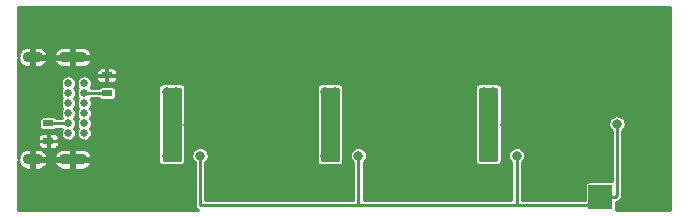
<source format=gbr>
G04 #@! TF.GenerationSoftware,KiCad,Pcbnew,(5.1.5)-3*
G04 #@! TF.CreationDate,2020-02-24T19:45:47-05:00*
G04 #@! TF.ProjectId,MiniiPS,4d696e69-6950-4532-9e6b-696361645f70,rev?*
G04 #@! TF.SameCoordinates,PX7641700PY5a995c0*
G04 #@! TF.FileFunction,Copper,L2,Bot*
G04 #@! TF.FilePolarity,Positive*
%FSLAX46Y46*%
G04 Gerber Fmt 4.6, Leading zero omitted, Abs format (unit mm)*
G04 Created by KiCad (PCBNEW (5.1.5)-3) date 2020-02-24 19:45:47*
%MOMM*%
%LPD*%
G04 APERTURE LIST*
%ADD10R,0.900000X0.500000*%
%ADD11O,1.700000X0.900000*%
%ADD12O,2.400000X0.900000*%
%ADD13C,0.660000*%
%ADD14R,2.000000X2.000000*%
%ADD15C,0.800000*%
%ADD16C,0.250000*%
%ADD17C,0.254000*%
G04 APERTURE END LIST*
D10*
X7900000Y-6200000D03*
X7900000Y-7700000D03*
X2950000Y-10250000D03*
X2950000Y-11750000D03*
D11*
X1640000Y-13300000D03*
X1640000Y-4650000D03*
D12*
X5020000Y-13300000D03*
X5020000Y-4650000D03*
D13*
X4650000Y-9400000D03*
X4650000Y-11950000D03*
X4650000Y-11100000D03*
X4650000Y-10250000D03*
X4650000Y-6000000D03*
X4650000Y-7700000D03*
X4650000Y-8550000D03*
X4650000Y-6850000D03*
X6000000Y-11950000D03*
X6000000Y-11100000D03*
X6000000Y-10250000D03*
X6000000Y-9400000D03*
X6000000Y-8550000D03*
X6000000Y-7700000D03*
X6000000Y-6850000D03*
X6000000Y-6000000D03*
D14*
X52700000Y-1500000D03*
X41500000Y-1500000D03*
X28100000Y-1500000D03*
X49700000Y-16500000D03*
X14700000Y-1500000D03*
D15*
X49000000Y-13000000D03*
X48200000Y-13000000D03*
X49000000Y-12200000D03*
X48200000Y-12200000D03*
X49000000Y-13800000D03*
X48200000Y-13800000D03*
X46100000Y-1600000D03*
X46100000Y-800000D03*
X46900000Y-1600000D03*
X46900000Y-800000D03*
X45300000Y-1600000D03*
X45300000Y-800000D03*
X44000000Y-10400000D03*
X34800000Y-800000D03*
X43200000Y-10400000D03*
X42400000Y-10400000D03*
X38000000Y-10400000D03*
X41600000Y-10400000D03*
X35600000Y-1600000D03*
X34800000Y-1600000D03*
X38800000Y-10400000D03*
X35600000Y-800000D03*
X34000000Y-800000D03*
X34000000Y-1600000D03*
X36400000Y-10400000D03*
X37200000Y-10400000D03*
X30600000Y-10400000D03*
X21400000Y-800000D03*
X29800000Y-10400000D03*
X29000000Y-10400000D03*
X24600000Y-10400000D03*
X28200000Y-10400000D03*
X22200000Y-1600000D03*
X21400000Y-1600000D03*
X25400000Y-10400000D03*
X22200000Y-800000D03*
X20600000Y-800000D03*
X20600000Y-1600000D03*
X23000000Y-10400000D03*
X23800000Y-10400000D03*
X8800000Y-800000D03*
X8000000Y-800000D03*
X7200000Y-800000D03*
X7200000Y-1600000D03*
X8000000Y-1600000D03*
X8800000Y-1600000D03*
X17200000Y-10400000D03*
X16400000Y-10400000D03*
X15600000Y-10400000D03*
X14800000Y-10400000D03*
X12000000Y-10400000D03*
X11200000Y-10400000D03*
X10400000Y-10400000D03*
X9600000Y-10400000D03*
X13000000Y-13000000D03*
X13800000Y-13000000D03*
X13000000Y-7600000D03*
X13800000Y-7600000D03*
X26400000Y-7600000D03*
X27200000Y-7600000D03*
X26400000Y-13000000D03*
X27200000Y-13000000D03*
X39800000Y-7600000D03*
X40600000Y-7600000D03*
X40600000Y-13000000D03*
X39800000Y-13000000D03*
X15800000Y-13000000D03*
X29200000Y-13000000D03*
X42600000Y-13000000D03*
X51100000Y-10300000D03*
D16*
X4650000Y-10250000D02*
X2950000Y-10250000D01*
X7900000Y-7700000D02*
X6000000Y-7700000D01*
X15800000Y-17200000D02*
X15800000Y-13000000D01*
X29200000Y-13565685D02*
X29200000Y-17200000D01*
X29200000Y-13000000D02*
X29200000Y-13565685D01*
X29200000Y-17200000D02*
X15800000Y-17200000D01*
X42600000Y-13565685D02*
X42600000Y-17200000D01*
X42600000Y-13000000D02*
X42600000Y-13565685D01*
X49200000Y-17200000D02*
X42600000Y-17200000D01*
X42600000Y-17200000D02*
X29200000Y-17200000D01*
X51100000Y-16350000D02*
X51100000Y-10300000D01*
X49700000Y-16500000D02*
X50950000Y-16500000D01*
X50950000Y-16500000D02*
X51100000Y-16350000D01*
D17*
G36*
X14073000Y-13373000D02*
G01*
X12727000Y-13373000D01*
X12727000Y-7327000D01*
X14073000Y-7327000D01*
X14073000Y-13373000D01*
G37*
X14073000Y-13373000D02*
X12727000Y-13373000D01*
X12727000Y-7327000D01*
X14073000Y-7327000D01*
X14073000Y-13373000D01*
G36*
X55623000Y-17623000D02*
G01*
X51004402Y-17623000D01*
X51022268Y-17564103D01*
X51028582Y-17500000D01*
X51028582Y-16946447D01*
X51038607Y-16945460D01*
X51123810Y-16919614D01*
X51202333Y-16877643D01*
X51271159Y-16821159D01*
X51285323Y-16803900D01*
X51403901Y-16685322D01*
X51421159Y-16671159D01*
X51477643Y-16602333D01*
X51519614Y-16523810D01*
X51545460Y-16438607D01*
X51552000Y-16372205D01*
X51552000Y-16372204D01*
X51554187Y-16350001D01*
X51552000Y-16327796D01*
X51552000Y-10872339D01*
X51563436Y-10864698D01*
X51664698Y-10763436D01*
X51744259Y-10644364D01*
X51799062Y-10512058D01*
X51827000Y-10371603D01*
X51827000Y-10228397D01*
X51799062Y-10087942D01*
X51744259Y-9955636D01*
X51664698Y-9836564D01*
X51563436Y-9735302D01*
X51444364Y-9655741D01*
X51312058Y-9600938D01*
X51171603Y-9573000D01*
X51028397Y-9573000D01*
X50887942Y-9600938D01*
X50755636Y-9655741D01*
X50636564Y-9735302D01*
X50535302Y-9836564D01*
X50455741Y-9955636D01*
X50400938Y-10087942D01*
X50373000Y-10228397D01*
X50373000Y-10371603D01*
X50400938Y-10512058D01*
X50455741Y-10644364D01*
X50535302Y-10763436D01*
X50636564Y-10864698D01*
X50648001Y-10872340D01*
X50648000Y-15171418D01*
X48700000Y-15171418D01*
X48635897Y-15177732D01*
X48574257Y-15196430D01*
X48517450Y-15226794D01*
X48467657Y-15267657D01*
X48426794Y-15317450D01*
X48396430Y-15374257D01*
X48377732Y-15435897D01*
X48371418Y-15500000D01*
X48371418Y-16748000D01*
X43052000Y-16748000D01*
X43052000Y-13572339D01*
X43063436Y-13564698D01*
X43164698Y-13463436D01*
X43244259Y-13344364D01*
X43299062Y-13212058D01*
X43327000Y-13071603D01*
X43327000Y-12928397D01*
X43299062Y-12787942D01*
X43244259Y-12655636D01*
X43164698Y-12536564D01*
X43063436Y-12435302D01*
X42944364Y-12355741D01*
X42812058Y-12300938D01*
X42671603Y-12273000D01*
X42528397Y-12273000D01*
X42387942Y-12300938D01*
X42255636Y-12355741D01*
X42136564Y-12435302D01*
X42035302Y-12536564D01*
X41955741Y-12655636D01*
X41900938Y-12787942D01*
X41873000Y-12928397D01*
X41873000Y-13071603D01*
X41900938Y-13212058D01*
X41955741Y-13344364D01*
X42035302Y-13463436D01*
X42136564Y-13564698D01*
X42148000Y-13572339D01*
X42148001Y-16748000D01*
X29652000Y-16748000D01*
X29652000Y-13572339D01*
X29663436Y-13564698D01*
X29764698Y-13463436D01*
X29844259Y-13344364D01*
X29899062Y-13212058D01*
X29927000Y-13071603D01*
X29927000Y-12928397D01*
X29899062Y-12787942D01*
X29844259Y-12655636D01*
X29764698Y-12536564D01*
X29663436Y-12435302D01*
X29544364Y-12355741D01*
X29412058Y-12300938D01*
X29271603Y-12273000D01*
X29128397Y-12273000D01*
X28987942Y-12300938D01*
X28855636Y-12355741D01*
X28736564Y-12435302D01*
X28635302Y-12536564D01*
X28555741Y-12655636D01*
X28500938Y-12787942D01*
X28473000Y-12928397D01*
X28473000Y-13071603D01*
X28500938Y-13212058D01*
X28555741Y-13344364D01*
X28635302Y-13463436D01*
X28736564Y-13564698D01*
X28748000Y-13572339D01*
X28748001Y-16748000D01*
X16252000Y-16748000D01*
X16252000Y-13572339D01*
X16263436Y-13564698D01*
X16364698Y-13463436D01*
X16444259Y-13344364D01*
X16499062Y-13212058D01*
X16527000Y-13071603D01*
X16527000Y-12928397D01*
X16499062Y-12787942D01*
X16444259Y-12655636D01*
X16364698Y-12536564D01*
X16263436Y-12435302D01*
X16144364Y-12355741D01*
X16012058Y-12300938D01*
X15871603Y-12273000D01*
X15728397Y-12273000D01*
X15587942Y-12300938D01*
X15455636Y-12355741D01*
X15336564Y-12435302D01*
X15235302Y-12536564D01*
X15155741Y-12655636D01*
X15100938Y-12787942D01*
X15073000Y-12928397D01*
X15073000Y-13071603D01*
X15100938Y-13212058D01*
X15155741Y-13344364D01*
X15235302Y-13463436D01*
X15336564Y-13564698D01*
X15348001Y-13572340D01*
X15348000Y-17177795D01*
X15345813Y-17200000D01*
X15354540Y-17288607D01*
X15380386Y-17373810D01*
X15422357Y-17452333D01*
X15478841Y-17521159D01*
X15547667Y-17577643D01*
X15626190Y-17619614D01*
X15637352Y-17623000D01*
X377000Y-17623000D01*
X377000Y-13423002D01*
X479633Y-13423002D01*
X401600Y-13557323D01*
X442466Y-13684965D01*
X532893Y-13833159D01*
X650494Y-13960864D01*
X790749Y-14063173D01*
X948269Y-14136153D01*
X1117000Y-14177000D01*
X1517000Y-14177000D01*
X1517000Y-13423000D01*
X1763000Y-13423000D01*
X1763000Y-14177000D01*
X2163000Y-14177000D01*
X2331731Y-14136153D01*
X2489251Y-14063173D01*
X2629506Y-13960864D01*
X2747107Y-13833159D01*
X2837534Y-13684965D01*
X2878400Y-13557323D01*
X3431600Y-13557323D01*
X3472466Y-13684965D01*
X3562893Y-13833159D01*
X3680494Y-13960864D01*
X3820749Y-14063173D01*
X3978269Y-14136153D01*
X4147000Y-14177000D01*
X4897000Y-14177000D01*
X4897000Y-13423000D01*
X5143000Y-13423000D01*
X5143000Y-14177000D01*
X5893000Y-14177000D01*
X6061731Y-14136153D01*
X6219251Y-14063173D01*
X6359506Y-13960864D01*
X6477107Y-13833159D01*
X6567534Y-13684965D01*
X6608400Y-13557323D01*
X6530366Y-13423000D01*
X5143000Y-13423000D01*
X4897000Y-13423000D01*
X3509634Y-13423000D01*
X3431600Y-13557323D01*
X2878400Y-13557323D01*
X2800366Y-13423000D01*
X1763000Y-13423000D01*
X1517000Y-13423000D01*
X1497000Y-13423000D01*
X1497000Y-13177000D01*
X1517000Y-13177000D01*
X1517000Y-12423000D01*
X1763000Y-12423000D01*
X1763000Y-13177000D01*
X2800366Y-13177000D01*
X2878400Y-13042677D01*
X3431600Y-13042677D01*
X3509634Y-13177000D01*
X4897000Y-13177000D01*
X4897000Y-12423000D01*
X5143000Y-12423000D01*
X5143000Y-13177000D01*
X6530366Y-13177000D01*
X6608400Y-13042677D01*
X6567534Y-12915035D01*
X6477107Y-12766841D01*
X6359506Y-12639136D01*
X6219251Y-12536827D01*
X6061731Y-12463847D01*
X5893000Y-12423000D01*
X5143000Y-12423000D01*
X4897000Y-12423000D01*
X4147000Y-12423000D01*
X3978269Y-12463847D01*
X3820749Y-12536827D01*
X3680494Y-12639136D01*
X3562893Y-12766841D01*
X3472466Y-12915035D01*
X3431600Y-13042677D01*
X2878400Y-13042677D01*
X2837534Y-12915035D01*
X2747107Y-12766841D01*
X2629506Y-12639136D01*
X2489251Y-12536827D01*
X2331731Y-12463847D01*
X2163000Y-12423000D01*
X1763000Y-12423000D01*
X1517000Y-12423000D01*
X1117000Y-12423000D01*
X948269Y-12463847D01*
X790749Y-12536827D01*
X650494Y-12639136D01*
X532893Y-12766841D01*
X442466Y-12915035D01*
X401600Y-13042677D01*
X479633Y-13176998D01*
X377000Y-13176998D01*
X377000Y-12000000D01*
X2070934Y-12000000D01*
X2079178Y-12083707D01*
X2103595Y-12164196D01*
X2143245Y-12238376D01*
X2196605Y-12303395D01*
X2261624Y-12356755D01*
X2335804Y-12396405D01*
X2416293Y-12420822D01*
X2500000Y-12429066D01*
X2820250Y-12427000D01*
X2927000Y-12320250D01*
X2927000Y-11773000D01*
X2973000Y-11773000D01*
X2973000Y-12320250D01*
X3079750Y-12427000D01*
X3400000Y-12429066D01*
X3483707Y-12420822D01*
X3564196Y-12396405D01*
X3638376Y-12356755D01*
X3703395Y-12303395D01*
X3756755Y-12238376D01*
X3796405Y-12164196D01*
X3820822Y-12083707D01*
X3829066Y-12000000D01*
X3827000Y-11879750D01*
X3720250Y-11773000D01*
X2973000Y-11773000D01*
X2927000Y-11773000D01*
X2179750Y-11773000D01*
X2073000Y-11879750D01*
X2070934Y-12000000D01*
X377000Y-12000000D01*
X377000Y-11500000D01*
X2070934Y-11500000D01*
X2073000Y-11620250D01*
X2179750Y-11727000D01*
X2927000Y-11727000D01*
X2927000Y-11179750D01*
X2973000Y-11179750D01*
X2973000Y-11727000D01*
X3720250Y-11727000D01*
X3827000Y-11620250D01*
X3829066Y-11500000D01*
X3820822Y-11416293D01*
X3796405Y-11335804D01*
X3756755Y-11261624D01*
X3703395Y-11196605D01*
X3638376Y-11143245D01*
X3564196Y-11103595D01*
X3483707Y-11079178D01*
X3400000Y-11070934D01*
X3079750Y-11073000D01*
X2973000Y-11179750D01*
X2927000Y-11179750D01*
X2820250Y-11073000D01*
X2500000Y-11070934D01*
X2416293Y-11079178D01*
X2335804Y-11103595D01*
X2261624Y-11143245D01*
X2196605Y-11196605D01*
X2143245Y-11261624D01*
X2103595Y-11335804D01*
X2079178Y-11416293D01*
X2070934Y-11500000D01*
X377000Y-11500000D01*
X377000Y-10000000D01*
X2171418Y-10000000D01*
X2171418Y-10500000D01*
X2177732Y-10564103D01*
X2196430Y-10625743D01*
X2226794Y-10682550D01*
X2267657Y-10732343D01*
X2317450Y-10773206D01*
X2374257Y-10803570D01*
X2435897Y-10822268D01*
X2500000Y-10828582D01*
X3400000Y-10828582D01*
X3464103Y-10822268D01*
X3525743Y-10803570D01*
X3582550Y-10773206D01*
X3632343Y-10732343D01*
X3657244Y-10702000D01*
X4125768Y-10702000D01*
X4067774Y-10788794D01*
X4018248Y-10908360D01*
X3993000Y-11035291D01*
X3993000Y-11164709D01*
X4018248Y-11291640D01*
X4067774Y-11411206D01*
X4139675Y-11518813D01*
X4231187Y-11610325D01*
X4338794Y-11682226D01*
X4458360Y-11731752D01*
X4585291Y-11757000D01*
X4714709Y-11757000D01*
X4841640Y-11731752D01*
X4961206Y-11682226D01*
X5068813Y-11610325D01*
X5160325Y-11518813D01*
X5232226Y-11411206D01*
X5281752Y-11291640D01*
X5307000Y-11164709D01*
X5307000Y-11035291D01*
X5281752Y-10908360D01*
X5232226Y-10788794D01*
X5160325Y-10681187D01*
X5154138Y-10675000D01*
X5160325Y-10668813D01*
X5232226Y-10561206D01*
X5281752Y-10441640D01*
X5307000Y-10314709D01*
X5307000Y-10185291D01*
X5281752Y-10058360D01*
X5232226Y-9938794D01*
X5160325Y-9831187D01*
X5154138Y-9825000D01*
X5160325Y-9818813D01*
X5232226Y-9711206D01*
X5281752Y-9591640D01*
X5307000Y-9464709D01*
X5307000Y-9335291D01*
X5281752Y-9208360D01*
X5232226Y-9088794D01*
X5160325Y-8981187D01*
X5154138Y-8975000D01*
X5160325Y-8968813D01*
X5232226Y-8861206D01*
X5281752Y-8741640D01*
X5307000Y-8614709D01*
X5307000Y-8485291D01*
X5281752Y-8358360D01*
X5232226Y-8238794D01*
X5160325Y-8131187D01*
X5154138Y-8125000D01*
X5160325Y-8118813D01*
X5232226Y-8011206D01*
X5281752Y-7891640D01*
X5307000Y-7764709D01*
X5307000Y-7635291D01*
X5281752Y-7508360D01*
X5232226Y-7388794D01*
X5160325Y-7281187D01*
X5154138Y-7275000D01*
X5160325Y-7268813D01*
X5232226Y-7161206D01*
X5281752Y-7041640D01*
X5307000Y-6914709D01*
X5307000Y-6785291D01*
X5343000Y-6785291D01*
X5343000Y-6914709D01*
X5368248Y-7041640D01*
X5417774Y-7161206D01*
X5489675Y-7268813D01*
X5495862Y-7275000D01*
X5489675Y-7281187D01*
X5417774Y-7388794D01*
X5368248Y-7508360D01*
X5343000Y-7635291D01*
X5343000Y-7764709D01*
X5368248Y-7891640D01*
X5417774Y-8011206D01*
X5489675Y-8118813D01*
X5495862Y-8125000D01*
X5489675Y-8131187D01*
X5417774Y-8238794D01*
X5368248Y-8358360D01*
X5343000Y-8485291D01*
X5343000Y-8614709D01*
X5368248Y-8741640D01*
X5417774Y-8861206D01*
X5489675Y-8968813D01*
X5495862Y-8975000D01*
X5489675Y-8981187D01*
X5417774Y-9088794D01*
X5368248Y-9208360D01*
X5343000Y-9335291D01*
X5343000Y-9464709D01*
X5368248Y-9591640D01*
X5417774Y-9711206D01*
X5489675Y-9818813D01*
X5495862Y-9825000D01*
X5489675Y-9831187D01*
X5417774Y-9938794D01*
X5368248Y-10058360D01*
X5343000Y-10185291D01*
X5343000Y-10314709D01*
X5368248Y-10441640D01*
X5417774Y-10561206D01*
X5489675Y-10668813D01*
X5495862Y-10675000D01*
X5489675Y-10681187D01*
X5417774Y-10788794D01*
X5368248Y-10908360D01*
X5343000Y-11035291D01*
X5343000Y-11164709D01*
X5368248Y-11291640D01*
X5417774Y-11411206D01*
X5489675Y-11518813D01*
X5581187Y-11610325D01*
X5688794Y-11682226D01*
X5808360Y-11731752D01*
X5935291Y-11757000D01*
X6064709Y-11757000D01*
X6191640Y-11731752D01*
X6311206Y-11682226D01*
X6418813Y-11610325D01*
X6510325Y-11518813D01*
X6582226Y-11411206D01*
X6631752Y-11291640D01*
X6657000Y-11164709D01*
X6657000Y-11035291D01*
X6631752Y-10908360D01*
X6582226Y-10788794D01*
X6510325Y-10681187D01*
X6504138Y-10675000D01*
X6510325Y-10668813D01*
X6582226Y-10561206D01*
X6631752Y-10441640D01*
X6657000Y-10314709D01*
X6657000Y-10185291D01*
X6631752Y-10058360D01*
X6582226Y-9938794D01*
X6510325Y-9831187D01*
X6504138Y-9825000D01*
X6510325Y-9818813D01*
X6582226Y-9711206D01*
X6631752Y-9591640D01*
X6657000Y-9464709D01*
X6657000Y-9335291D01*
X6631752Y-9208360D01*
X6582226Y-9088794D01*
X6510325Y-8981187D01*
X6504138Y-8975000D01*
X6510325Y-8968813D01*
X6582226Y-8861206D01*
X6631752Y-8741640D01*
X6657000Y-8614709D01*
X6657000Y-8485291D01*
X6631752Y-8358360D01*
X6582226Y-8238794D01*
X6524232Y-8152000D01*
X7192756Y-8152000D01*
X7217657Y-8182343D01*
X7267450Y-8223206D01*
X7324257Y-8253570D01*
X7385897Y-8272268D01*
X7450000Y-8278582D01*
X8350000Y-8278582D01*
X8414103Y-8272268D01*
X8475743Y-8253570D01*
X8532550Y-8223206D01*
X8582343Y-8182343D01*
X8623206Y-8132550D01*
X8653570Y-8075743D01*
X8672268Y-8014103D01*
X8678582Y-7950000D01*
X8678582Y-7450000D01*
X8672268Y-7385897D01*
X8653570Y-7324257D01*
X8623206Y-7267450D01*
X8582343Y-7217657D01*
X8560828Y-7200000D01*
X12273000Y-7200000D01*
X12273000Y-13500000D01*
X12279283Y-13563795D01*
X12297891Y-13625137D01*
X12328109Y-13681671D01*
X12368776Y-13731224D01*
X12418329Y-13771891D01*
X12474863Y-13802109D01*
X12536205Y-13820717D01*
X12600000Y-13827000D01*
X14200000Y-13827000D01*
X14263795Y-13820717D01*
X14325137Y-13802109D01*
X14381671Y-13771891D01*
X14431224Y-13731224D01*
X14471891Y-13681671D01*
X14502109Y-13625137D01*
X14520717Y-13563795D01*
X14527000Y-13500000D01*
X14527000Y-7200000D01*
X25673000Y-7200000D01*
X25673000Y-13500000D01*
X25679283Y-13563795D01*
X25697891Y-13625137D01*
X25728109Y-13681671D01*
X25768776Y-13731224D01*
X25818329Y-13771891D01*
X25874863Y-13802109D01*
X25936205Y-13820717D01*
X26000000Y-13827000D01*
X27600000Y-13827000D01*
X27663795Y-13820717D01*
X27725137Y-13802109D01*
X27781671Y-13771891D01*
X27831224Y-13731224D01*
X27871891Y-13681671D01*
X27902109Y-13625137D01*
X27920717Y-13563795D01*
X27927000Y-13500000D01*
X27927000Y-7200000D01*
X39073000Y-7200000D01*
X39073000Y-13500000D01*
X39079283Y-13563795D01*
X39097891Y-13625137D01*
X39128109Y-13681671D01*
X39168776Y-13731224D01*
X39218329Y-13771891D01*
X39274863Y-13802109D01*
X39336205Y-13820717D01*
X39400000Y-13827000D01*
X41000000Y-13827000D01*
X41063795Y-13820717D01*
X41125137Y-13802109D01*
X41181671Y-13771891D01*
X41231224Y-13731224D01*
X41271891Y-13681671D01*
X41302109Y-13625137D01*
X41320717Y-13563795D01*
X41327000Y-13500000D01*
X41327000Y-7200000D01*
X41320717Y-7136205D01*
X41302109Y-7074863D01*
X41271891Y-7018329D01*
X41231224Y-6968776D01*
X41181671Y-6928109D01*
X41125137Y-6897891D01*
X41063795Y-6879283D01*
X41000000Y-6873000D01*
X39400000Y-6873000D01*
X39336205Y-6879283D01*
X39274863Y-6897891D01*
X39218329Y-6928109D01*
X39168776Y-6968776D01*
X39128109Y-7018329D01*
X39097891Y-7074863D01*
X39079283Y-7136205D01*
X39073000Y-7200000D01*
X27927000Y-7200000D01*
X27920717Y-7136205D01*
X27902109Y-7074863D01*
X27871891Y-7018329D01*
X27831224Y-6968776D01*
X27781671Y-6928109D01*
X27725137Y-6897891D01*
X27663795Y-6879283D01*
X27600000Y-6873000D01*
X26000000Y-6873000D01*
X25936205Y-6879283D01*
X25874863Y-6897891D01*
X25818329Y-6928109D01*
X25768776Y-6968776D01*
X25728109Y-7018329D01*
X25697891Y-7074863D01*
X25679283Y-7136205D01*
X25673000Y-7200000D01*
X14527000Y-7200000D01*
X14520717Y-7136205D01*
X14502109Y-7074863D01*
X14471891Y-7018329D01*
X14431224Y-6968776D01*
X14381671Y-6928109D01*
X14325137Y-6897891D01*
X14263795Y-6879283D01*
X14200000Y-6873000D01*
X12600000Y-6873000D01*
X12536205Y-6879283D01*
X12474863Y-6897891D01*
X12418329Y-6928109D01*
X12368776Y-6968776D01*
X12328109Y-7018329D01*
X12297891Y-7074863D01*
X12279283Y-7136205D01*
X12273000Y-7200000D01*
X8560828Y-7200000D01*
X8532550Y-7176794D01*
X8475743Y-7146430D01*
X8414103Y-7127732D01*
X8350000Y-7121418D01*
X7450000Y-7121418D01*
X7385897Y-7127732D01*
X7324257Y-7146430D01*
X7267450Y-7176794D01*
X7217657Y-7217657D01*
X7192756Y-7248000D01*
X6524232Y-7248000D01*
X6582226Y-7161206D01*
X6631752Y-7041640D01*
X6657000Y-6914709D01*
X6657000Y-6785291D01*
X6631752Y-6658360D01*
X6582226Y-6538794D01*
X6522896Y-6450000D01*
X7020934Y-6450000D01*
X7029178Y-6533707D01*
X7053595Y-6614196D01*
X7093245Y-6688376D01*
X7146605Y-6753395D01*
X7211624Y-6806755D01*
X7285804Y-6846405D01*
X7366293Y-6870822D01*
X7450000Y-6879066D01*
X7770250Y-6877000D01*
X7877000Y-6770250D01*
X7877000Y-6223000D01*
X7923000Y-6223000D01*
X7923000Y-6770250D01*
X8029750Y-6877000D01*
X8350000Y-6879066D01*
X8433707Y-6870822D01*
X8514196Y-6846405D01*
X8588376Y-6806755D01*
X8653395Y-6753395D01*
X8706755Y-6688376D01*
X8746405Y-6614196D01*
X8770822Y-6533707D01*
X8779066Y-6450000D01*
X8777000Y-6329750D01*
X8670250Y-6223000D01*
X7923000Y-6223000D01*
X7877000Y-6223000D01*
X7129750Y-6223000D01*
X7023000Y-6329750D01*
X7020934Y-6450000D01*
X6522896Y-6450000D01*
X6510325Y-6431187D01*
X6418813Y-6339675D01*
X6311206Y-6267774D01*
X6191640Y-6218248D01*
X6064709Y-6193000D01*
X5935291Y-6193000D01*
X5808360Y-6218248D01*
X5688794Y-6267774D01*
X5581187Y-6339675D01*
X5489675Y-6431187D01*
X5417774Y-6538794D01*
X5368248Y-6658360D01*
X5343000Y-6785291D01*
X5307000Y-6785291D01*
X5281752Y-6658360D01*
X5232226Y-6538794D01*
X5160325Y-6431187D01*
X5068813Y-6339675D01*
X4961206Y-6267774D01*
X4841640Y-6218248D01*
X4714709Y-6193000D01*
X4585291Y-6193000D01*
X4458360Y-6218248D01*
X4338794Y-6267774D01*
X4231187Y-6339675D01*
X4139675Y-6431187D01*
X4067774Y-6538794D01*
X4018248Y-6658360D01*
X3993000Y-6785291D01*
X3993000Y-6914709D01*
X4018248Y-7041640D01*
X4067774Y-7161206D01*
X4139675Y-7268813D01*
X4145862Y-7275000D01*
X4139675Y-7281187D01*
X4067774Y-7388794D01*
X4018248Y-7508360D01*
X3993000Y-7635291D01*
X3993000Y-7764709D01*
X4018248Y-7891640D01*
X4067774Y-8011206D01*
X4139675Y-8118813D01*
X4145862Y-8125000D01*
X4139675Y-8131187D01*
X4067774Y-8238794D01*
X4018248Y-8358360D01*
X3993000Y-8485291D01*
X3993000Y-8614709D01*
X4018248Y-8741640D01*
X4067774Y-8861206D01*
X4139675Y-8968813D01*
X4145862Y-8975000D01*
X4139675Y-8981187D01*
X4067774Y-9088794D01*
X4018248Y-9208360D01*
X3993000Y-9335291D01*
X3993000Y-9464709D01*
X4018248Y-9591640D01*
X4067774Y-9711206D01*
X4125768Y-9798000D01*
X3657244Y-9798000D01*
X3632343Y-9767657D01*
X3582550Y-9726794D01*
X3525743Y-9696430D01*
X3464103Y-9677732D01*
X3400000Y-9671418D01*
X2500000Y-9671418D01*
X2435897Y-9677732D01*
X2374257Y-9696430D01*
X2317450Y-9726794D01*
X2267657Y-9767657D01*
X2226794Y-9817450D01*
X2196430Y-9874257D01*
X2177732Y-9935897D01*
X2171418Y-10000000D01*
X377000Y-10000000D01*
X377000Y-5950000D01*
X7020934Y-5950000D01*
X7023000Y-6070250D01*
X7129750Y-6177000D01*
X7877000Y-6177000D01*
X7877000Y-5629750D01*
X7923000Y-5629750D01*
X7923000Y-6177000D01*
X8670250Y-6177000D01*
X8777000Y-6070250D01*
X8779066Y-5950000D01*
X8770822Y-5866293D01*
X8746405Y-5785804D01*
X8706755Y-5711624D01*
X8653395Y-5646605D01*
X8588376Y-5593245D01*
X8514196Y-5553595D01*
X8433707Y-5529178D01*
X8350000Y-5520934D01*
X8029750Y-5523000D01*
X7923000Y-5629750D01*
X7877000Y-5629750D01*
X7770250Y-5523000D01*
X7450000Y-5520934D01*
X7366293Y-5529178D01*
X7285804Y-5553595D01*
X7211624Y-5593245D01*
X7146605Y-5646605D01*
X7093245Y-5711624D01*
X7053595Y-5785804D01*
X7029178Y-5866293D01*
X7020934Y-5950000D01*
X377000Y-5950000D01*
X377000Y-4773002D01*
X479633Y-4773002D01*
X401600Y-4907323D01*
X442466Y-5034965D01*
X532893Y-5183159D01*
X650494Y-5310864D01*
X790749Y-5413173D01*
X948269Y-5486153D01*
X1117000Y-5527000D01*
X1517000Y-5527000D01*
X1517000Y-4773000D01*
X1763000Y-4773000D01*
X1763000Y-5527000D01*
X2163000Y-5527000D01*
X2331731Y-5486153D01*
X2489251Y-5413173D01*
X2629506Y-5310864D01*
X2747107Y-5183159D01*
X2837534Y-5034965D01*
X2878400Y-4907323D01*
X3431600Y-4907323D01*
X3472466Y-5034965D01*
X3562893Y-5183159D01*
X3680494Y-5310864D01*
X3820749Y-5413173D01*
X3978269Y-5486153D01*
X4147000Y-5527000D01*
X4897000Y-5527000D01*
X4897000Y-4773000D01*
X5143000Y-4773000D01*
X5143000Y-5527000D01*
X5893000Y-5527000D01*
X6061731Y-5486153D01*
X6219251Y-5413173D01*
X6359506Y-5310864D01*
X6477107Y-5183159D01*
X6567534Y-5034965D01*
X6608400Y-4907323D01*
X6530366Y-4773000D01*
X5143000Y-4773000D01*
X4897000Y-4773000D01*
X3509634Y-4773000D01*
X3431600Y-4907323D01*
X2878400Y-4907323D01*
X2800366Y-4773000D01*
X1763000Y-4773000D01*
X1517000Y-4773000D01*
X1497000Y-4773000D01*
X1497000Y-4527000D01*
X1517000Y-4527000D01*
X1517000Y-3773000D01*
X1763000Y-3773000D01*
X1763000Y-4527000D01*
X2800366Y-4527000D01*
X2878400Y-4392677D01*
X3431600Y-4392677D01*
X3509634Y-4527000D01*
X4897000Y-4527000D01*
X4897000Y-3773000D01*
X5143000Y-3773000D01*
X5143000Y-4527000D01*
X6530366Y-4527000D01*
X6608400Y-4392677D01*
X6567534Y-4265035D01*
X6477107Y-4116841D01*
X6359506Y-3989136D01*
X6219251Y-3886827D01*
X6061731Y-3813847D01*
X5893000Y-3773000D01*
X5143000Y-3773000D01*
X4897000Y-3773000D01*
X4147000Y-3773000D01*
X3978269Y-3813847D01*
X3820749Y-3886827D01*
X3680494Y-3989136D01*
X3562893Y-4116841D01*
X3472466Y-4265035D01*
X3431600Y-4392677D01*
X2878400Y-4392677D01*
X2837534Y-4265035D01*
X2747107Y-4116841D01*
X2629506Y-3989136D01*
X2489251Y-3886827D01*
X2331731Y-3813847D01*
X2163000Y-3773000D01*
X1763000Y-3773000D01*
X1517000Y-3773000D01*
X1117000Y-3773000D01*
X948269Y-3813847D01*
X790749Y-3886827D01*
X650494Y-3989136D01*
X532893Y-4116841D01*
X442466Y-4265035D01*
X401600Y-4392677D01*
X479633Y-4526998D01*
X377000Y-4526998D01*
X377000Y-377000D01*
X55623001Y-377000D01*
X55623000Y-17623000D01*
G37*
X55623000Y-17623000D02*
X51004402Y-17623000D01*
X51022268Y-17564103D01*
X51028582Y-17500000D01*
X51028582Y-16946447D01*
X51038607Y-16945460D01*
X51123810Y-16919614D01*
X51202333Y-16877643D01*
X51271159Y-16821159D01*
X51285323Y-16803900D01*
X51403901Y-16685322D01*
X51421159Y-16671159D01*
X51477643Y-16602333D01*
X51519614Y-16523810D01*
X51545460Y-16438607D01*
X51552000Y-16372205D01*
X51552000Y-16372204D01*
X51554187Y-16350001D01*
X51552000Y-16327796D01*
X51552000Y-10872339D01*
X51563436Y-10864698D01*
X51664698Y-10763436D01*
X51744259Y-10644364D01*
X51799062Y-10512058D01*
X51827000Y-10371603D01*
X51827000Y-10228397D01*
X51799062Y-10087942D01*
X51744259Y-9955636D01*
X51664698Y-9836564D01*
X51563436Y-9735302D01*
X51444364Y-9655741D01*
X51312058Y-9600938D01*
X51171603Y-9573000D01*
X51028397Y-9573000D01*
X50887942Y-9600938D01*
X50755636Y-9655741D01*
X50636564Y-9735302D01*
X50535302Y-9836564D01*
X50455741Y-9955636D01*
X50400938Y-10087942D01*
X50373000Y-10228397D01*
X50373000Y-10371603D01*
X50400938Y-10512058D01*
X50455741Y-10644364D01*
X50535302Y-10763436D01*
X50636564Y-10864698D01*
X50648001Y-10872340D01*
X50648000Y-15171418D01*
X48700000Y-15171418D01*
X48635897Y-15177732D01*
X48574257Y-15196430D01*
X48517450Y-15226794D01*
X48467657Y-15267657D01*
X48426794Y-15317450D01*
X48396430Y-15374257D01*
X48377732Y-15435897D01*
X48371418Y-15500000D01*
X48371418Y-16748000D01*
X43052000Y-16748000D01*
X43052000Y-13572339D01*
X43063436Y-13564698D01*
X43164698Y-13463436D01*
X43244259Y-13344364D01*
X43299062Y-13212058D01*
X43327000Y-13071603D01*
X43327000Y-12928397D01*
X43299062Y-12787942D01*
X43244259Y-12655636D01*
X43164698Y-12536564D01*
X43063436Y-12435302D01*
X42944364Y-12355741D01*
X42812058Y-12300938D01*
X42671603Y-12273000D01*
X42528397Y-12273000D01*
X42387942Y-12300938D01*
X42255636Y-12355741D01*
X42136564Y-12435302D01*
X42035302Y-12536564D01*
X41955741Y-12655636D01*
X41900938Y-12787942D01*
X41873000Y-12928397D01*
X41873000Y-13071603D01*
X41900938Y-13212058D01*
X41955741Y-13344364D01*
X42035302Y-13463436D01*
X42136564Y-13564698D01*
X42148000Y-13572339D01*
X42148001Y-16748000D01*
X29652000Y-16748000D01*
X29652000Y-13572339D01*
X29663436Y-13564698D01*
X29764698Y-13463436D01*
X29844259Y-13344364D01*
X29899062Y-13212058D01*
X29927000Y-13071603D01*
X29927000Y-12928397D01*
X29899062Y-12787942D01*
X29844259Y-12655636D01*
X29764698Y-12536564D01*
X29663436Y-12435302D01*
X29544364Y-12355741D01*
X29412058Y-12300938D01*
X29271603Y-12273000D01*
X29128397Y-12273000D01*
X28987942Y-12300938D01*
X28855636Y-12355741D01*
X28736564Y-12435302D01*
X28635302Y-12536564D01*
X28555741Y-12655636D01*
X28500938Y-12787942D01*
X28473000Y-12928397D01*
X28473000Y-13071603D01*
X28500938Y-13212058D01*
X28555741Y-13344364D01*
X28635302Y-13463436D01*
X28736564Y-13564698D01*
X28748000Y-13572339D01*
X28748001Y-16748000D01*
X16252000Y-16748000D01*
X16252000Y-13572339D01*
X16263436Y-13564698D01*
X16364698Y-13463436D01*
X16444259Y-13344364D01*
X16499062Y-13212058D01*
X16527000Y-13071603D01*
X16527000Y-12928397D01*
X16499062Y-12787942D01*
X16444259Y-12655636D01*
X16364698Y-12536564D01*
X16263436Y-12435302D01*
X16144364Y-12355741D01*
X16012058Y-12300938D01*
X15871603Y-12273000D01*
X15728397Y-12273000D01*
X15587942Y-12300938D01*
X15455636Y-12355741D01*
X15336564Y-12435302D01*
X15235302Y-12536564D01*
X15155741Y-12655636D01*
X15100938Y-12787942D01*
X15073000Y-12928397D01*
X15073000Y-13071603D01*
X15100938Y-13212058D01*
X15155741Y-13344364D01*
X15235302Y-13463436D01*
X15336564Y-13564698D01*
X15348001Y-13572340D01*
X15348000Y-17177795D01*
X15345813Y-17200000D01*
X15354540Y-17288607D01*
X15380386Y-17373810D01*
X15422357Y-17452333D01*
X15478841Y-17521159D01*
X15547667Y-17577643D01*
X15626190Y-17619614D01*
X15637352Y-17623000D01*
X377000Y-17623000D01*
X377000Y-13423002D01*
X479633Y-13423002D01*
X401600Y-13557323D01*
X442466Y-13684965D01*
X532893Y-13833159D01*
X650494Y-13960864D01*
X790749Y-14063173D01*
X948269Y-14136153D01*
X1117000Y-14177000D01*
X1517000Y-14177000D01*
X1517000Y-13423000D01*
X1763000Y-13423000D01*
X1763000Y-14177000D01*
X2163000Y-14177000D01*
X2331731Y-14136153D01*
X2489251Y-14063173D01*
X2629506Y-13960864D01*
X2747107Y-13833159D01*
X2837534Y-13684965D01*
X2878400Y-13557323D01*
X3431600Y-13557323D01*
X3472466Y-13684965D01*
X3562893Y-13833159D01*
X3680494Y-13960864D01*
X3820749Y-14063173D01*
X3978269Y-14136153D01*
X4147000Y-14177000D01*
X4897000Y-14177000D01*
X4897000Y-13423000D01*
X5143000Y-13423000D01*
X5143000Y-14177000D01*
X5893000Y-14177000D01*
X6061731Y-14136153D01*
X6219251Y-14063173D01*
X6359506Y-13960864D01*
X6477107Y-13833159D01*
X6567534Y-13684965D01*
X6608400Y-13557323D01*
X6530366Y-13423000D01*
X5143000Y-13423000D01*
X4897000Y-13423000D01*
X3509634Y-13423000D01*
X3431600Y-13557323D01*
X2878400Y-13557323D01*
X2800366Y-13423000D01*
X1763000Y-13423000D01*
X1517000Y-13423000D01*
X1497000Y-13423000D01*
X1497000Y-13177000D01*
X1517000Y-13177000D01*
X1517000Y-12423000D01*
X1763000Y-12423000D01*
X1763000Y-13177000D01*
X2800366Y-13177000D01*
X2878400Y-13042677D01*
X3431600Y-13042677D01*
X3509634Y-13177000D01*
X4897000Y-13177000D01*
X4897000Y-12423000D01*
X5143000Y-12423000D01*
X5143000Y-13177000D01*
X6530366Y-13177000D01*
X6608400Y-13042677D01*
X6567534Y-12915035D01*
X6477107Y-12766841D01*
X6359506Y-12639136D01*
X6219251Y-12536827D01*
X6061731Y-12463847D01*
X5893000Y-12423000D01*
X5143000Y-12423000D01*
X4897000Y-12423000D01*
X4147000Y-12423000D01*
X3978269Y-12463847D01*
X3820749Y-12536827D01*
X3680494Y-12639136D01*
X3562893Y-12766841D01*
X3472466Y-12915035D01*
X3431600Y-13042677D01*
X2878400Y-13042677D01*
X2837534Y-12915035D01*
X2747107Y-12766841D01*
X2629506Y-12639136D01*
X2489251Y-12536827D01*
X2331731Y-12463847D01*
X2163000Y-12423000D01*
X1763000Y-12423000D01*
X1517000Y-12423000D01*
X1117000Y-12423000D01*
X948269Y-12463847D01*
X790749Y-12536827D01*
X650494Y-12639136D01*
X532893Y-12766841D01*
X442466Y-12915035D01*
X401600Y-13042677D01*
X479633Y-13176998D01*
X377000Y-13176998D01*
X377000Y-12000000D01*
X2070934Y-12000000D01*
X2079178Y-12083707D01*
X2103595Y-12164196D01*
X2143245Y-12238376D01*
X2196605Y-12303395D01*
X2261624Y-12356755D01*
X2335804Y-12396405D01*
X2416293Y-12420822D01*
X2500000Y-12429066D01*
X2820250Y-12427000D01*
X2927000Y-12320250D01*
X2927000Y-11773000D01*
X2973000Y-11773000D01*
X2973000Y-12320250D01*
X3079750Y-12427000D01*
X3400000Y-12429066D01*
X3483707Y-12420822D01*
X3564196Y-12396405D01*
X3638376Y-12356755D01*
X3703395Y-12303395D01*
X3756755Y-12238376D01*
X3796405Y-12164196D01*
X3820822Y-12083707D01*
X3829066Y-12000000D01*
X3827000Y-11879750D01*
X3720250Y-11773000D01*
X2973000Y-11773000D01*
X2927000Y-11773000D01*
X2179750Y-11773000D01*
X2073000Y-11879750D01*
X2070934Y-12000000D01*
X377000Y-12000000D01*
X377000Y-11500000D01*
X2070934Y-11500000D01*
X2073000Y-11620250D01*
X2179750Y-11727000D01*
X2927000Y-11727000D01*
X2927000Y-11179750D01*
X2973000Y-11179750D01*
X2973000Y-11727000D01*
X3720250Y-11727000D01*
X3827000Y-11620250D01*
X3829066Y-11500000D01*
X3820822Y-11416293D01*
X3796405Y-11335804D01*
X3756755Y-11261624D01*
X3703395Y-11196605D01*
X3638376Y-11143245D01*
X3564196Y-11103595D01*
X3483707Y-11079178D01*
X3400000Y-11070934D01*
X3079750Y-11073000D01*
X2973000Y-11179750D01*
X2927000Y-11179750D01*
X2820250Y-11073000D01*
X2500000Y-11070934D01*
X2416293Y-11079178D01*
X2335804Y-11103595D01*
X2261624Y-11143245D01*
X2196605Y-11196605D01*
X2143245Y-11261624D01*
X2103595Y-11335804D01*
X2079178Y-11416293D01*
X2070934Y-11500000D01*
X377000Y-11500000D01*
X377000Y-10000000D01*
X2171418Y-10000000D01*
X2171418Y-10500000D01*
X2177732Y-10564103D01*
X2196430Y-10625743D01*
X2226794Y-10682550D01*
X2267657Y-10732343D01*
X2317450Y-10773206D01*
X2374257Y-10803570D01*
X2435897Y-10822268D01*
X2500000Y-10828582D01*
X3400000Y-10828582D01*
X3464103Y-10822268D01*
X3525743Y-10803570D01*
X3582550Y-10773206D01*
X3632343Y-10732343D01*
X3657244Y-10702000D01*
X4125768Y-10702000D01*
X4067774Y-10788794D01*
X4018248Y-10908360D01*
X3993000Y-11035291D01*
X3993000Y-11164709D01*
X4018248Y-11291640D01*
X4067774Y-11411206D01*
X4139675Y-11518813D01*
X4231187Y-11610325D01*
X4338794Y-11682226D01*
X4458360Y-11731752D01*
X4585291Y-11757000D01*
X4714709Y-11757000D01*
X4841640Y-11731752D01*
X4961206Y-11682226D01*
X5068813Y-11610325D01*
X5160325Y-11518813D01*
X5232226Y-11411206D01*
X5281752Y-11291640D01*
X5307000Y-11164709D01*
X5307000Y-11035291D01*
X5281752Y-10908360D01*
X5232226Y-10788794D01*
X5160325Y-10681187D01*
X5154138Y-10675000D01*
X5160325Y-10668813D01*
X5232226Y-10561206D01*
X5281752Y-10441640D01*
X5307000Y-10314709D01*
X5307000Y-10185291D01*
X5281752Y-10058360D01*
X5232226Y-9938794D01*
X5160325Y-9831187D01*
X5154138Y-9825000D01*
X5160325Y-9818813D01*
X5232226Y-9711206D01*
X5281752Y-9591640D01*
X5307000Y-9464709D01*
X5307000Y-9335291D01*
X5281752Y-9208360D01*
X5232226Y-9088794D01*
X5160325Y-8981187D01*
X5154138Y-8975000D01*
X5160325Y-8968813D01*
X5232226Y-8861206D01*
X5281752Y-8741640D01*
X5307000Y-8614709D01*
X5307000Y-8485291D01*
X5281752Y-8358360D01*
X5232226Y-8238794D01*
X5160325Y-8131187D01*
X5154138Y-8125000D01*
X5160325Y-8118813D01*
X5232226Y-8011206D01*
X5281752Y-7891640D01*
X5307000Y-7764709D01*
X5307000Y-7635291D01*
X5281752Y-7508360D01*
X5232226Y-7388794D01*
X5160325Y-7281187D01*
X5154138Y-7275000D01*
X5160325Y-7268813D01*
X5232226Y-7161206D01*
X5281752Y-7041640D01*
X5307000Y-6914709D01*
X5307000Y-6785291D01*
X5343000Y-6785291D01*
X5343000Y-6914709D01*
X5368248Y-7041640D01*
X5417774Y-7161206D01*
X5489675Y-7268813D01*
X5495862Y-7275000D01*
X5489675Y-7281187D01*
X5417774Y-7388794D01*
X5368248Y-7508360D01*
X5343000Y-7635291D01*
X5343000Y-7764709D01*
X5368248Y-7891640D01*
X5417774Y-8011206D01*
X5489675Y-8118813D01*
X5495862Y-8125000D01*
X5489675Y-8131187D01*
X5417774Y-8238794D01*
X5368248Y-8358360D01*
X5343000Y-8485291D01*
X5343000Y-8614709D01*
X5368248Y-8741640D01*
X5417774Y-8861206D01*
X5489675Y-8968813D01*
X5495862Y-8975000D01*
X5489675Y-8981187D01*
X5417774Y-9088794D01*
X5368248Y-9208360D01*
X5343000Y-9335291D01*
X5343000Y-9464709D01*
X5368248Y-9591640D01*
X5417774Y-9711206D01*
X5489675Y-9818813D01*
X5495862Y-9825000D01*
X5489675Y-9831187D01*
X5417774Y-9938794D01*
X5368248Y-10058360D01*
X5343000Y-10185291D01*
X5343000Y-10314709D01*
X5368248Y-10441640D01*
X5417774Y-10561206D01*
X5489675Y-10668813D01*
X5495862Y-10675000D01*
X5489675Y-10681187D01*
X5417774Y-10788794D01*
X5368248Y-10908360D01*
X5343000Y-11035291D01*
X5343000Y-11164709D01*
X5368248Y-11291640D01*
X5417774Y-11411206D01*
X5489675Y-11518813D01*
X5581187Y-11610325D01*
X5688794Y-11682226D01*
X5808360Y-11731752D01*
X5935291Y-11757000D01*
X6064709Y-11757000D01*
X6191640Y-11731752D01*
X6311206Y-11682226D01*
X6418813Y-11610325D01*
X6510325Y-11518813D01*
X6582226Y-11411206D01*
X6631752Y-11291640D01*
X6657000Y-11164709D01*
X6657000Y-11035291D01*
X6631752Y-10908360D01*
X6582226Y-10788794D01*
X6510325Y-10681187D01*
X6504138Y-10675000D01*
X6510325Y-10668813D01*
X6582226Y-10561206D01*
X6631752Y-10441640D01*
X6657000Y-10314709D01*
X6657000Y-10185291D01*
X6631752Y-10058360D01*
X6582226Y-9938794D01*
X6510325Y-9831187D01*
X6504138Y-9825000D01*
X6510325Y-9818813D01*
X6582226Y-9711206D01*
X6631752Y-9591640D01*
X6657000Y-9464709D01*
X6657000Y-9335291D01*
X6631752Y-9208360D01*
X6582226Y-9088794D01*
X6510325Y-8981187D01*
X6504138Y-8975000D01*
X6510325Y-8968813D01*
X6582226Y-8861206D01*
X6631752Y-8741640D01*
X6657000Y-8614709D01*
X6657000Y-8485291D01*
X6631752Y-8358360D01*
X6582226Y-8238794D01*
X6524232Y-8152000D01*
X7192756Y-8152000D01*
X7217657Y-8182343D01*
X7267450Y-8223206D01*
X7324257Y-8253570D01*
X7385897Y-8272268D01*
X7450000Y-8278582D01*
X8350000Y-8278582D01*
X8414103Y-8272268D01*
X8475743Y-8253570D01*
X8532550Y-8223206D01*
X8582343Y-8182343D01*
X8623206Y-8132550D01*
X8653570Y-8075743D01*
X8672268Y-8014103D01*
X8678582Y-7950000D01*
X8678582Y-7450000D01*
X8672268Y-7385897D01*
X8653570Y-7324257D01*
X8623206Y-7267450D01*
X8582343Y-7217657D01*
X8560828Y-7200000D01*
X12273000Y-7200000D01*
X12273000Y-13500000D01*
X12279283Y-13563795D01*
X12297891Y-13625137D01*
X12328109Y-13681671D01*
X12368776Y-13731224D01*
X12418329Y-13771891D01*
X12474863Y-13802109D01*
X12536205Y-13820717D01*
X12600000Y-13827000D01*
X14200000Y-13827000D01*
X14263795Y-13820717D01*
X14325137Y-13802109D01*
X14381671Y-13771891D01*
X14431224Y-13731224D01*
X14471891Y-13681671D01*
X14502109Y-13625137D01*
X14520717Y-13563795D01*
X14527000Y-13500000D01*
X14527000Y-7200000D01*
X25673000Y-7200000D01*
X25673000Y-13500000D01*
X25679283Y-13563795D01*
X25697891Y-13625137D01*
X25728109Y-13681671D01*
X25768776Y-13731224D01*
X25818329Y-13771891D01*
X25874863Y-13802109D01*
X25936205Y-13820717D01*
X26000000Y-13827000D01*
X27600000Y-13827000D01*
X27663795Y-13820717D01*
X27725137Y-13802109D01*
X27781671Y-13771891D01*
X27831224Y-13731224D01*
X27871891Y-13681671D01*
X27902109Y-13625137D01*
X27920717Y-13563795D01*
X27927000Y-13500000D01*
X27927000Y-7200000D01*
X39073000Y-7200000D01*
X39073000Y-13500000D01*
X39079283Y-13563795D01*
X39097891Y-13625137D01*
X39128109Y-13681671D01*
X39168776Y-13731224D01*
X39218329Y-13771891D01*
X39274863Y-13802109D01*
X39336205Y-13820717D01*
X39400000Y-13827000D01*
X41000000Y-13827000D01*
X41063795Y-13820717D01*
X41125137Y-13802109D01*
X41181671Y-13771891D01*
X41231224Y-13731224D01*
X41271891Y-13681671D01*
X41302109Y-13625137D01*
X41320717Y-13563795D01*
X41327000Y-13500000D01*
X41327000Y-7200000D01*
X41320717Y-7136205D01*
X41302109Y-7074863D01*
X41271891Y-7018329D01*
X41231224Y-6968776D01*
X41181671Y-6928109D01*
X41125137Y-6897891D01*
X41063795Y-6879283D01*
X41000000Y-6873000D01*
X39400000Y-6873000D01*
X39336205Y-6879283D01*
X39274863Y-6897891D01*
X39218329Y-6928109D01*
X39168776Y-6968776D01*
X39128109Y-7018329D01*
X39097891Y-7074863D01*
X39079283Y-7136205D01*
X39073000Y-7200000D01*
X27927000Y-7200000D01*
X27920717Y-7136205D01*
X27902109Y-7074863D01*
X27871891Y-7018329D01*
X27831224Y-6968776D01*
X27781671Y-6928109D01*
X27725137Y-6897891D01*
X27663795Y-6879283D01*
X27600000Y-6873000D01*
X26000000Y-6873000D01*
X25936205Y-6879283D01*
X25874863Y-6897891D01*
X25818329Y-6928109D01*
X25768776Y-6968776D01*
X25728109Y-7018329D01*
X25697891Y-7074863D01*
X25679283Y-7136205D01*
X25673000Y-7200000D01*
X14527000Y-7200000D01*
X14520717Y-7136205D01*
X14502109Y-7074863D01*
X14471891Y-7018329D01*
X14431224Y-6968776D01*
X14381671Y-6928109D01*
X14325137Y-6897891D01*
X14263795Y-6879283D01*
X14200000Y-6873000D01*
X12600000Y-6873000D01*
X12536205Y-6879283D01*
X12474863Y-6897891D01*
X12418329Y-6928109D01*
X12368776Y-6968776D01*
X12328109Y-7018329D01*
X12297891Y-7074863D01*
X12279283Y-7136205D01*
X12273000Y-7200000D01*
X8560828Y-7200000D01*
X8532550Y-7176794D01*
X8475743Y-7146430D01*
X8414103Y-7127732D01*
X8350000Y-7121418D01*
X7450000Y-7121418D01*
X7385897Y-7127732D01*
X7324257Y-7146430D01*
X7267450Y-7176794D01*
X7217657Y-7217657D01*
X7192756Y-7248000D01*
X6524232Y-7248000D01*
X6582226Y-7161206D01*
X6631752Y-7041640D01*
X6657000Y-6914709D01*
X6657000Y-6785291D01*
X6631752Y-6658360D01*
X6582226Y-6538794D01*
X6522896Y-6450000D01*
X7020934Y-6450000D01*
X7029178Y-6533707D01*
X7053595Y-6614196D01*
X7093245Y-6688376D01*
X7146605Y-6753395D01*
X7211624Y-6806755D01*
X7285804Y-6846405D01*
X7366293Y-6870822D01*
X7450000Y-6879066D01*
X7770250Y-6877000D01*
X7877000Y-6770250D01*
X7877000Y-6223000D01*
X7923000Y-6223000D01*
X7923000Y-6770250D01*
X8029750Y-6877000D01*
X8350000Y-6879066D01*
X8433707Y-6870822D01*
X8514196Y-6846405D01*
X8588376Y-6806755D01*
X8653395Y-6753395D01*
X8706755Y-6688376D01*
X8746405Y-6614196D01*
X8770822Y-6533707D01*
X8779066Y-6450000D01*
X8777000Y-6329750D01*
X8670250Y-6223000D01*
X7923000Y-6223000D01*
X7877000Y-6223000D01*
X7129750Y-6223000D01*
X7023000Y-6329750D01*
X7020934Y-6450000D01*
X6522896Y-6450000D01*
X6510325Y-6431187D01*
X6418813Y-6339675D01*
X6311206Y-6267774D01*
X6191640Y-6218248D01*
X6064709Y-6193000D01*
X5935291Y-6193000D01*
X5808360Y-6218248D01*
X5688794Y-6267774D01*
X5581187Y-6339675D01*
X5489675Y-6431187D01*
X5417774Y-6538794D01*
X5368248Y-6658360D01*
X5343000Y-6785291D01*
X5307000Y-6785291D01*
X5281752Y-6658360D01*
X5232226Y-6538794D01*
X5160325Y-6431187D01*
X5068813Y-6339675D01*
X4961206Y-6267774D01*
X4841640Y-6218248D01*
X4714709Y-6193000D01*
X4585291Y-6193000D01*
X4458360Y-6218248D01*
X4338794Y-6267774D01*
X4231187Y-6339675D01*
X4139675Y-6431187D01*
X4067774Y-6538794D01*
X4018248Y-6658360D01*
X3993000Y-6785291D01*
X3993000Y-6914709D01*
X4018248Y-7041640D01*
X4067774Y-7161206D01*
X4139675Y-7268813D01*
X4145862Y-7275000D01*
X4139675Y-7281187D01*
X4067774Y-7388794D01*
X4018248Y-7508360D01*
X3993000Y-7635291D01*
X3993000Y-7764709D01*
X4018248Y-7891640D01*
X4067774Y-8011206D01*
X4139675Y-8118813D01*
X4145862Y-8125000D01*
X4139675Y-8131187D01*
X4067774Y-8238794D01*
X4018248Y-8358360D01*
X3993000Y-8485291D01*
X3993000Y-8614709D01*
X4018248Y-8741640D01*
X4067774Y-8861206D01*
X4139675Y-8968813D01*
X4145862Y-8975000D01*
X4139675Y-8981187D01*
X4067774Y-9088794D01*
X4018248Y-9208360D01*
X3993000Y-9335291D01*
X3993000Y-9464709D01*
X4018248Y-9591640D01*
X4067774Y-9711206D01*
X4125768Y-9798000D01*
X3657244Y-9798000D01*
X3632343Y-9767657D01*
X3582550Y-9726794D01*
X3525743Y-9696430D01*
X3464103Y-9677732D01*
X3400000Y-9671418D01*
X2500000Y-9671418D01*
X2435897Y-9677732D01*
X2374257Y-9696430D01*
X2317450Y-9726794D01*
X2267657Y-9767657D01*
X2226794Y-9817450D01*
X2196430Y-9874257D01*
X2177732Y-9935897D01*
X2171418Y-10000000D01*
X377000Y-10000000D01*
X377000Y-5950000D01*
X7020934Y-5950000D01*
X7023000Y-6070250D01*
X7129750Y-6177000D01*
X7877000Y-6177000D01*
X7877000Y-5629750D01*
X7923000Y-5629750D01*
X7923000Y-6177000D01*
X8670250Y-6177000D01*
X8777000Y-6070250D01*
X8779066Y-5950000D01*
X8770822Y-5866293D01*
X8746405Y-5785804D01*
X8706755Y-5711624D01*
X8653395Y-5646605D01*
X8588376Y-5593245D01*
X8514196Y-5553595D01*
X8433707Y-5529178D01*
X8350000Y-5520934D01*
X8029750Y-5523000D01*
X7923000Y-5629750D01*
X7877000Y-5629750D01*
X7770250Y-5523000D01*
X7450000Y-5520934D01*
X7366293Y-5529178D01*
X7285804Y-5553595D01*
X7211624Y-5593245D01*
X7146605Y-5646605D01*
X7093245Y-5711624D01*
X7053595Y-5785804D01*
X7029178Y-5866293D01*
X7020934Y-5950000D01*
X377000Y-5950000D01*
X377000Y-4773002D01*
X479633Y-4773002D01*
X401600Y-4907323D01*
X442466Y-5034965D01*
X532893Y-5183159D01*
X650494Y-5310864D01*
X790749Y-5413173D01*
X948269Y-5486153D01*
X1117000Y-5527000D01*
X1517000Y-5527000D01*
X1517000Y-4773000D01*
X1763000Y-4773000D01*
X1763000Y-5527000D01*
X2163000Y-5527000D01*
X2331731Y-5486153D01*
X2489251Y-5413173D01*
X2629506Y-5310864D01*
X2747107Y-5183159D01*
X2837534Y-5034965D01*
X2878400Y-4907323D01*
X3431600Y-4907323D01*
X3472466Y-5034965D01*
X3562893Y-5183159D01*
X3680494Y-5310864D01*
X3820749Y-5413173D01*
X3978269Y-5486153D01*
X4147000Y-5527000D01*
X4897000Y-5527000D01*
X4897000Y-4773000D01*
X5143000Y-4773000D01*
X5143000Y-5527000D01*
X5893000Y-5527000D01*
X6061731Y-5486153D01*
X6219251Y-5413173D01*
X6359506Y-5310864D01*
X6477107Y-5183159D01*
X6567534Y-5034965D01*
X6608400Y-4907323D01*
X6530366Y-4773000D01*
X5143000Y-4773000D01*
X4897000Y-4773000D01*
X3509634Y-4773000D01*
X3431600Y-4907323D01*
X2878400Y-4907323D01*
X2800366Y-4773000D01*
X1763000Y-4773000D01*
X1517000Y-4773000D01*
X1497000Y-4773000D01*
X1497000Y-4527000D01*
X1517000Y-4527000D01*
X1517000Y-3773000D01*
X1763000Y-3773000D01*
X1763000Y-4527000D01*
X2800366Y-4527000D01*
X2878400Y-4392677D01*
X3431600Y-4392677D01*
X3509634Y-4527000D01*
X4897000Y-4527000D01*
X4897000Y-3773000D01*
X5143000Y-3773000D01*
X5143000Y-4527000D01*
X6530366Y-4527000D01*
X6608400Y-4392677D01*
X6567534Y-4265035D01*
X6477107Y-4116841D01*
X6359506Y-3989136D01*
X6219251Y-3886827D01*
X6061731Y-3813847D01*
X5893000Y-3773000D01*
X5143000Y-3773000D01*
X4897000Y-3773000D01*
X4147000Y-3773000D01*
X3978269Y-3813847D01*
X3820749Y-3886827D01*
X3680494Y-3989136D01*
X3562893Y-4116841D01*
X3472466Y-4265035D01*
X3431600Y-4392677D01*
X2878400Y-4392677D01*
X2837534Y-4265035D01*
X2747107Y-4116841D01*
X2629506Y-3989136D01*
X2489251Y-3886827D01*
X2331731Y-3813847D01*
X2163000Y-3773000D01*
X1763000Y-3773000D01*
X1517000Y-3773000D01*
X1117000Y-3773000D01*
X948269Y-3813847D01*
X790749Y-3886827D01*
X650494Y-3989136D01*
X532893Y-4116841D01*
X442466Y-4265035D01*
X401600Y-4392677D01*
X479633Y-4526998D01*
X377000Y-4526998D01*
X377000Y-377000D01*
X55623001Y-377000D01*
X55623000Y-17623000D01*
G36*
X27473000Y-13373000D02*
G01*
X26127000Y-13373000D01*
X26127000Y-7327000D01*
X27473000Y-7327000D01*
X27473000Y-13373000D01*
G37*
X27473000Y-13373000D02*
X26127000Y-13373000D01*
X26127000Y-7327000D01*
X27473000Y-7327000D01*
X27473000Y-13373000D01*
G36*
X40873000Y-13373000D02*
G01*
X39527000Y-13373000D01*
X39527000Y-7327000D01*
X40873000Y-7327000D01*
X40873000Y-13373000D01*
G37*
X40873000Y-13373000D02*
X39527000Y-13373000D01*
X39527000Y-7327000D01*
X40873000Y-7327000D01*
X40873000Y-13373000D01*
M02*

</source>
